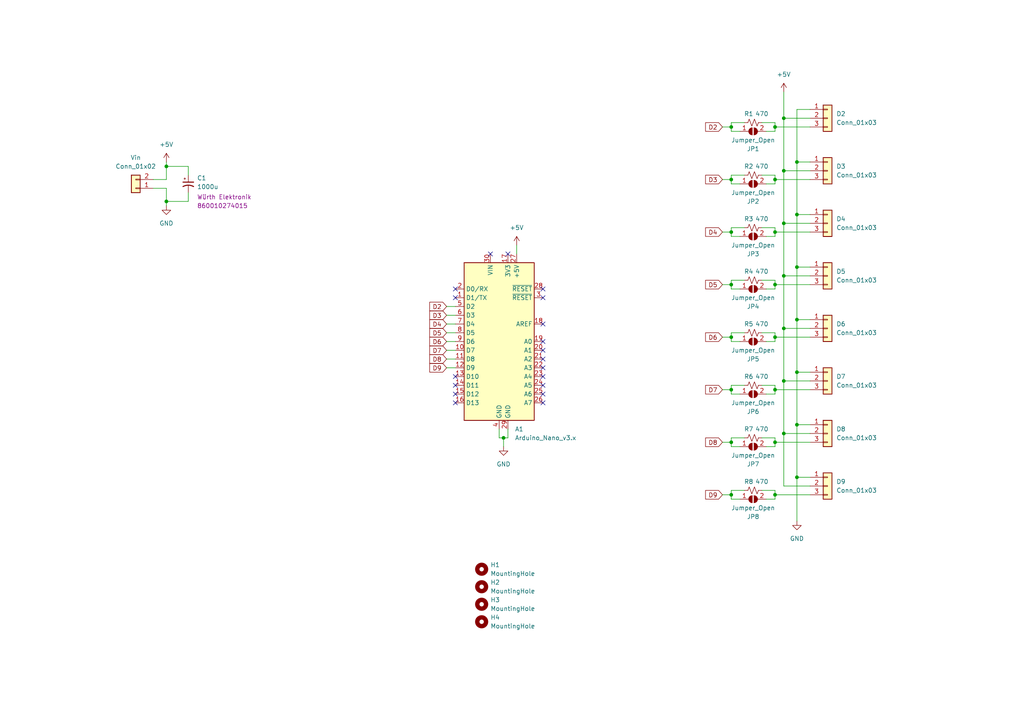
<source format=kicad_sch>
(kicad_sch (version 20211123) (generator eeschema)
  (paper "A4")
  (title_block (title "NeoPixel driver") (date "3/17/2022") (rev "1.0") (company "FRC 4488 - SHOCKWAVE"))
  (lib_symbols
    (symbol "Connector_Generic:Conn_01x02" (pin_names (offset 1.016) hide)
      (property "Reference" "J" (at 0 2.54 0))
      (property "Value" "Conn_01x02" (at 0 -5.08 0))
      (symbol "Conn_01x02_1_1"
        (rectangle (start -1.27 -2.413) (end 0 -2.667) (stroke (width 0.1524)))
        (rectangle (start -1.27 0.127) (end 0 -0.127) (stroke (width 0.1524)))
        (rectangle (start -1.27 1.27) (end 1.27 -3.81) (stroke (width 0.254)) (fill (type background)))
        (pin passive line (at -5.08 0 0) (length 3.81) (name "Pin_1") (number "1"))
        (pin passive line (at -5.08 -2.54 0) (length 3.81) (name "Pin_2") (number "2"))
      )
    )
    (symbol "Connector_Generic:Conn_01x03" (pin_names (offset 1.016) hide)
      (property "Reference" "J" (at 0 5.08 0))
      (property "Value" "Conn_01x03" (at 0 -5.08 0))
      (symbol "Conn_01x03_1_1"
        (rectangle (start -1.27 -2.413) (end 0 -2.667) (stroke (width 0.1524)))
        (rectangle (start -1.27 0.127) (end 0 -0.127) (stroke (width 0.1524)))
        (rectangle (start -1.27 2.667) (end 0 2.413) (stroke (width 0.1524)))
        (rectangle (start -1.27 3.81) (end 1.27 -3.81) (stroke (width 0.254)) (fill (type background)))
        (pin passive line (at -5.08 2.54 0) (length 3.81) (name "Pin_1") (number "1"))
        (pin passive line (at -5.08 0 0) (length 3.81) (name "Pin_2") (number "2"))
        (pin passive line (at -5.08 -2.54 0) (length 3.81) (name "Pin_3") (number "3"))
      )
    )
    (symbol "Device:C_Polarized_Small_US" (pin_numbers hide) (pin_names (offset 0.254) hide)
      (property "Reference" "C" (at 0.254 1.778 0))
      (property "Value" "C_Polarized_Small_US" (at 0.254 -2.032 0))
      (symbol "C_Polarized_Small_US_0_1"
        (polyline (pts (xy -1.524 0.508) (xy 1.524 0.508)) (stroke (width 0.3048)))
        (polyline (pts (xy -1.27 1.524) (xy -0.762 1.524)))
        (polyline (pts (xy -1.016 1.27) (xy -1.016 1.778)))
        (arc (start 1.524 -0.762) (mid 0 -0.3734) (end -1.524 -0.762) (stroke (width 0.3048)))
      )
      (symbol "C_Polarized_Small_US_1_1"
        (pin passive line (at 0 2.54 270) (length 2.032) (name "~") (number "1"))
        (pin passive line (at 0 -2.54 90) (length 2.032) (name "~") (number "2"))
      )
    )
    (symbol "Device:R_Small_US" (pin_numbers hide) (pin_names (offset 0.254) hide)
      (property "Reference" "R" (at 0.762 0.508 0))
      (property "Value" "R_Small_US" (at 0.762 -1.016 0))
      (symbol "R_Small_US_1_1"
        (polyline (pts (xy 0 0) (xy 1.016 -0.381) (xy 0 -0.762) (xy -1.016 -1.143) (xy 0 -1.524)))
        (polyline (pts (xy 0 1.524) (xy 1.016 1.143) (xy 0 0.762) (xy -1.016 0.381) (xy 0 0)))
        (pin passive line (at 0 2.54 270) (length 1.016) (name "~") (number "1"))
        (pin passive line (at 0 -2.54 90) (length 1.016) (name "~") (number "2"))
      )
    )
    (symbol "Jumper:SolderJumper_2_Open" (pin_names (offset 0) hide)
      (property "Reference" "JP" (at 0 2.032 0))
      (property "Value" "SolderJumper_2_Open" (at 0 -2.54 0))
      (symbol "SolderJumper_2_Open_0_1"
        (arc (start -0.254 1.016) (mid -1.27 0) (end -0.254 -1.016))
        (arc (start -0.254 1.016) (mid -1.27 0) (end -0.254 -1.016) (fill (type outline)))
        (polyline (pts (xy -0.254 1.016) (xy -0.254 -1.016)))
        (polyline (pts (xy 0.254 1.016) (xy 0.254 -1.016)))
        (arc (start 0.254 -1.016) (mid 1.27 0) (end 0.254 1.016))
        (arc (start 0.254 -1.016) (mid 1.27 0) (end 0.254 1.016) (fill (type outline)))
      )
      (symbol "SolderJumper_2_Open_1_1"
        (pin passive line (at -3.81 0 0) (length 2.54) (name "A") (number "1"))
        (pin passive line (at 3.81 0 180) (length 2.54) (name "B") (number "2"))
      )
    )
    (symbol "MCU_Module:Arduino_Nano_v3.x"
      (property "Reference" "A" (at -10.16 23.495 0))
      (property "Value" "Arduino_Nano_v3.x" (at 5.08 -24.13 0))
      (symbol "Arduino_Nano_v3.x_0_1"
        (rectangle (start -10.16 22.86) (end 10.16 -22.86) (stroke (width 0.254)) (fill (type background)))
      )
      (symbol "Arduino_Nano_v3.x_1_1"
        (pin bidirectional line (at -12.7 12.7 0) (length 2.54) (name "D1/TX") (number "1"))
        (pin bidirectional line (at -12.7 -2.54 0) (length 2.54) (name "D7") (number "10"))
        (pin bidirectional line (at -12.7 -5.08 0) (length 2.54) (name "D8") (number "11"))
        (pin bidirectional line (at -12.7 -7.62 0) (length 2.54) (name "D9") (number "12"))
        (pin bidirectional line (at -12.7 -10.16 0) (length 2.54) (name "D10") (number "13"))
        (pin bidirectional line (at -12.7 -12.7 0) (length 2.54) (name "D11") (number "14"))
        (pin bidirectional line (at -12.7 -15.24 0) (length 2.54) (name "D12") (number "15"))
        (pin bidirectional line (at -12.7 -17.78 0) (length 2.54) (name "D13") (number "16"))
        (pin power_out line (at 2.54 25.4 270) (length 2.54) (name "3V3") (number "17"))
        (pin input line (at 12.7 5.08 180) (length 2.54) (name "AREF") (number "18"))
        (pin bidirectional line (at 12.7 0 180) (length 2.54) (name "A0") (number "19"))
        (pin bidirectional line (at -12.7 15.24 0) (length 2.54) (name "D0/RX") (number "2"))
        (pin bidirectional line (at 12.7 -2.54 180) (length 2.54) (name "A1") (number "20"))
        (pin bidirectional line (at 12.7 -5.08 180) (length 2.54) (name "A2") (number "21"))
        (pin bidirectional line (at 12.7 -7.62 180) (length 2.54) (name "A3") (number "22"))
        (pin bidirectional line (at 12.7 -10.16 180) (length 2.54) (name "A4") (number "23"))
        (pin bidirectional line (at 12.7 -12.7 180) (length 2.54) (name "A5") (number "24"))
        (pin bidirectional line (at 12.7 -15.24 180) (length 2.54) (name "A6") (number "25"))
        (pin bidirectional line (at 12.7 -17.78 180) (length 2.54) (name "A7") (number "26"))
        (pin power_out line (at 5.08 25.4 270) (length 2.54) (name "+5V") (number "27"))
        (pin input line (at 12.7 15.24 180) (length 2.54) (name "~{RESET}") (number "28"))
        (pin power_in line (at 2.54 -25.4 90) (length 2.54) (name "GND") (number "29"))
        (pin input line (at 12.7 12.7 180) (length 2.54) (name "~{RESET}") (number "3"))
        (pin power_in line (at -2.54 25.4 270) (length 2.54) (name "VIN") (number "30"))
        (pin power_in line (at 0 -25.4 90) (length 2.54) (name "GND") (number "4"))
        (pin bidirectional line (at -12.7 10.16 0) (length 2.54) (name "D2") (number "5"))
        (pin bidirectional line (at -12.7 7.62 0) (length 2.54) (name "D3") (number "6"))
        (pin bidirectional line (at -12.7 5.08 0) (length 2.54) (name "D4") (number "7"))
        (pin bidirectional line (at -12.7 2.54 0) (length 2.54) (name "D5") (number "8"))
        (pin bidirectional line (at -12.7 0 0) (length 2.54) (name "D6") (number "9"))
      )
    )
    (symbol "Mechanical:MountingHole" (pin_names (offset 1.016))
      (property "Reference" "H" (at 0 5.08 0))
      (property "Value" "MountingHole" (at 0 3.175 0))
      (symbol "MountingHole_0_1"
        (circle (center 0 0) (radius 1.27) (stroke (width 1.27)))
      )
    )
    (symbol "power:+5V" (power) (pin_names (offset 0))
      (property "Value" "+5V" (at 0 3.556 0))
      (symbol "+5V_0_1"
        (polyline (pts (xy -0.762 1.27) (xy 0 2.54)))
        (polyline (pts (xy 0 0) (xy 0 2.54)))
        (polyline (pts (xy 0 2.54) (xy 0.762 1.27)))
      )
      (symbol "+5V_1_1"
        (pin power_in line (at 0 0 90) (length 0) hide (name "+5V") (number "1"))
      )
    )
    (symbol "power:GND" (power) (pin_names (offset 0))
      (property "Value" "GND" (at 0 -3.81 0))
      (symbol "GND_0_1"
        (polyline (pts (xy 0 0) (xy 0 -1.27) (xy 1.27 -1.27) (xy 0 -2.54) (xy -1.27 -1.27) (xy 0 -1.27)))
      )
      (symbol "GND_1_1"
        (pin power_in line (at 0 0 270) (length 0) hide (name "GND") (number "1"))
      )
    )
  )
  (junction (at 227.33 80.01))
  (junction (at 146.05 127))
  (junction (at 224.79 143.51))
  (junction (at 212.09 67.31))
  (junction (at 212.09 82.55))
  (junction (at 224.79 128.27))
  (junction (at 48.26 48.26))
  (junction (at 212.09 52.07))
  (junction (at 48.26 58.42))
  (junction (at 231.14 123.19))
  (junction (at 231.14 107.95))
  (junction (at 231.14 46.99))
  (junction (at 212.09 113.03))
  (junction (at 231.14 62.23))
  (junction (at 227.33 95.25))
  (junction (at 231.14 138.43))
  (junction (at 227.33 64.77))
  (junction (at 212.09 143.51))
  (junction (at 212.09 36.83))
  (junction (at 231.14 92.71))
  (junction (at 227.33 34.29))
  (junction (at 224.79 113.03))
  (junction (at 224.79 52.07))
  (junction (at 227.33 110.49))
  (junction (at 227.33 49.53))
  (junction (at 212.09 128.27))
  (junction (at 227.33 125.73))
  (junction (at 212.09 97.79))
  (junction (at 224.79 67.31))
  (junction (at 224.79 97.79))
  (junction (at 224.79 82.55))
  (junction (at 231.14 77.47))
  (junction (at 224.79 36.83))
  (no_connect (at 157.48 99.06))
  (no_connect (at 157.48 101.6))
  (no_connect (at 157.48 104.14))
  (no_connect (at 157.48 106.68))
  (no_connect (at 157.48 109.22))
  (no_connect (at 132.08 109.22))
  (no_connect (at 132.08 111.76))
  (no_connect (at 132.08 114.3))
  (no_connect (at 132.08 86.36))
  (no_connect (at 132.08 83.82))
  (no_connect (at 142.24 73.66))
  (no_connect (at 147.32 73.66))
  (no_connect (at 157.48 83.82))
  (no_connect (at 157.48 86.36))
  (no_connect (at 157.48 93.98))
  (no_connect (at 157.48 111.76))
  (no_connect (at 157.48 114.3))
  (no_connect (at 157.48 116.84))
  (no_connect (at 132.08 116.84))
  (wire (pts (xy 212.09 96.52) (xy 212.09 97.79)))
  (wire (pts (xy 222.25 38.1) (xy 224.79 38.1)))
  (wire (pts (xy 224.79 50.8) (xy 224.79 52.07)))
  (wire (pts (xy 231.14 107.95) (xy 231.14 123.19)))
  (wire (pts (xy 234.95 31.75) (xy 231.14 31.75)))
  (wire (pts (xy 44.45 52.07) (xy 48.26 52.07)))
  (wire (pts (xy 222.25 99.06) (xy 224.79 99.06)))
  (wire (pts (xy 224.79 128.27) (xy 234.95 128.27)))
  (wire (pts (xy 222.25 114.3) (xy 224.79 114.3)))
  (wire (pts (xy 231.14 46.99) (xy 234.95 46.99)))
  (wire (pts (xy 212.09 50.8) (xy 212.09 52.07)))
  (wire (pts (xy 222.25 83.82) (xy 224.79 83.82)))
  (wire (pts (xy 54.61 50.8) (xy 54.61 48.26)))
  (wire (pts (xy 129.54 96.52) (xy 132.08 96.52)))
  (wire (pts (xy 222.25 53.34) (xy 224.79 53.34)))
  (wire (pts (xy 209.55 52.07) (xy 212.09 52.07)))
  (wire (pts (xy 227.33 26.67) (xy 227.33 34.29)))
  (wire (pts (xy 209.55 67.31) (xy 212.09 67.31)))
  (wire (pts (xy 224.79 113.03) (xy 224.79 114.3)))
  (wire (pts (xy 215.9 127) (xy 212.09 127)))
  (wire (pts (xy 209.55 36.83) (xy 212.09 36.83)))
  (wire (pts (xy 212.09 36.83) (xy 212.09 38.1)))
  (wire (pts (xy 234.95 34.29) (xy 227.33 34.29)))
  (wire (pts (xy 48.26 59.69) (xy 48.26 58.42)))
  (wire (pts (xy 231.14 92.71) (xy 231.14 107.95)))
  (wire (pts (xy 231.14 62.23) (xy 234.95 62.23)))
  (wire (pts (xy 227.33 95.25) (xy 227.33 110.49)))
  (wire (pts (xy 212.09 99.06) (xy 214.63 99.06)))
  (wire (pts (xy 220.98 96.52) (xy 224.79 96.52)))
  (wire (pts (xy 129.54 88.9) (xy 132.08 88.9)))
  (wire (pts (xy 231.14 138.43) (xy 234.95 138.43)))
  (wire (pts (xy 212.09 38.1) (xy 214.63 38.1)))
  (wire (pts (xy 220.98 66.04) (xy 224.79 66.04)))
  (wire (pts (xy 212.09 35.56) (xy 212.09 36.83)))
  (wire (pts (xy 212.09 67.31) (xy 212.09 68.58)))
  (wire (pts (xy 212.09 83.82) (xy 214.63 83.82)))
  (wire (pts (xy 224.79 143.51) (xy 224.79 144.78)))
  (wire (pts (xy 231.14 46.99) (xy 231.14 62.23)))
  (wire (pts (xy 212.09 127) (xy 212.09 128.27)))
  (wire (pts (xy 227.33 34.29) (xy 227.33 49.53)))
  (wire (pts (xy 234.95 140.97) (xy 227.33 140.97)))
  (wire (pts (xy 215.9 96.52) (xy 212.09 96.52)))
  (wire (pts (xy 220.98 111.76) (xy 224.79 111.76)))
  (wire (pts (xy 129.54 106.68) (xy 132.08 106.68)))
  (wire (pts (xy 48.26 48.26) (xy 48.26 52.07)))
  (wire (pts (xy 129.54 93.98) (xy 132.08 93.98)))
  (wire (pts (xy 209.55 113.03) (xy 212.09 113.03)))
  (wire (pts (xy 209.55 82.55) (xy 212.09 82.55)))
  (wire (pts (xy 231.14 107.95) (xy 234.95 107.95)))
  (wire (pts (xy 220.98 35.56) (xy 224.79 35.56)))
  (wire (pts (xy 129.54 91.44) (xy 132.08 91.44)))
  (wire (pts (xy 231.14 31.75) (xy 231.14 46.99)))
  (wire (pts (xy 224.79 36.83) (xy 224.79 35.56)))
  (wire (pts (xy 212.09 129.54) (xy 214.63 129.54)))
  (wire (pts (xy 146.05 127) (xy 147.32 127)))
  (wire (pts (xy 212.09 82.55) (xy 212.09 83.82)))
  (wire (pts (xy 234.95 110.49) (xy 227.33 110.49)))
  (wire (pts (xy 48.26 58.42) (xy 54.61 58.42)))
  (wire (pts (xy 224.79 128.27) (xy 224.79 129.54)))
  (wire (pts (xy 212.09 142.24) (xy 212.09 143.51)))
  (wire (pts (xy 48.26 58.42) (xy 48.26 54.61)))
  (wire (pts (xy 146.05 127) (xy 146.05 129.54)))
  (wire (pts (xy 234.95 92.71) (xy 231.14 92.71)))
  (wire (pts (xy 234.95 49.53) (xy 227.33 49.53)))
  (wire (pts (xy 231.14 62.23) (xy 231.14 77.47)))
  (wire (pts (xy 212.09 144.78) (xy 214.63 144.78)))
  (wire (pts (xy 48.26 54.61) (xy 44.45 54.61)))
  (wire (pts (xy 209.55 97.79) (xy 212.09 97.79)))
  (wire (pts (xy 144.78 127) (xy 146.05 127)))
  (wire (pts (xy 224.79 96.52) (xy 224.79 97.79)))
  (wire (pts (xy 227.33 64.77) (xy 234.95 64.77)))
  (wire (pts (xy 212.09 128.27) (xy 212.09 129.54)))
  (wire (pts (xy 224.79 111.76) (xy 224.79 113.03)))
  (wire (pts (xy 215.9 142.24) (xy 212.09 142.24)))
  (wire (pts (xy 224.79 142.24) (xy 224.79 143.51)))
  (wire (pts (xy 222.25 144.78) (xy 224.79 144.78)))
  (wire (pts (xy 215.9 50.8) (xy 212.09 50.8)))
  (wire (pts (xy 234.95 125.73) (xy 227.33 125.73)))
  (wire (pts (xy 231.14 123.19) (xy 234.95 123.19)))
  (wire (pts (xy 231.14 77.47) (xy 234.95 77.47)))
  (wire (pts (xy 144.78 124.46) (xy 144.78 127)))
  (wire (pts (xy 224.79 52.07) (xy 234.95 52.07)))
  (wire (pts (xy 215.9 81.28) (xy 212.09 81.28)))
  (wire (pts (xy 209.55 143.51) (xy 212.09 143.51)))
  (wire (pts (xy 231.14 123.19) (xy 231.14 138.43)))
  (wire (pts (xy 215.9 66.04) (xy 212.09 66.04)))
  (wire (pts (xy 224.79 143.51) (xy 234.95 143.51)))
  (wire (pts (xy 147.32 127) (xy 147.32 124.46)))
  (wire (pts (xy 231.14 138.43) (xy 231.14 151.13)))
  (wire (pts (xy 212.09 113.03) (xy 212.09 114.3)))
  (wire (pts (xy 224.79 82.55) (xy 234.95 82.55)))
  (wire (pts (xy 209.55 128.27) (xy 212.09 128.27)))
  (wire (pts (xy 48.26 46.99) (xy 48.26 48.26)))
  (wire (pts (xy 222.25 68.58) (xy 224.79 68.58)))
  (wire (pts (xy 224.79 38.1) (xy 224.79 36.83)))
  (wire (pts (xy 48.26 48.26) (xy 54.61 48.26)))
  (wire (pts (xy 212.09 114.3) (xy 214.63 114.3)))
  (wire (pts (xy 227.33 110.49) (xy 227.33 125.73)))
  (wire (pts (xy 212.09 97.79) (xy 212.09 99.06)))
  (wire (pts (xy 129.54 104.14) (xy 132.08 104.14)))
  (wire (pts (xy 212.09 53.34) (xy 214.63 53.34)))
  (wire (pts (xy 224.79 97.79) (xy 224.79 99.06)))
  (wire (pts (xy 220.98 50.8) (xy 224.79 50.8)))
  (wire (pts (xy 224.79 127) (xy 224.79 128.27)))
  (wire (pts (xy 129.54 99.06) (xy 132.08 99.06)))
  (wire (pts (xy 212.09 66.04) (xy 212.09 67.31)))
  (wire (pts (xy 220.98 142.24) (xy 224.79 142.24)))
  (wire (pts (xy 227.33 64.77) (xy 227.33 80.01)))
  (wire (pts (xy 212.09 143.51) (xy 212.09 144.78)))
  (wire (pts (xy 224.79 81.28) (xy 224.79 82.55)))
  (wire (pts (xy 220.98 127) (xy 224.79 127)))
  (wire (pts (xy 212.09 68.58) (xy 214.63 68.58)))
  (wire (pts (xy 212.09 52.07) (xy 212.09 53.34)))
  (wire (pts (xy 227.33 49.53) (xy 227.33 64.77)))
  (wire (pts (xy 222.25 129.54) (xy 224.79 129.54)))
  (wire (pts (xy 224.79 67.31) (xy 234.95 67.31)))
  (wire (pts (xy 212.09 111.76) (xy 212.09 113.03)))
  (wire (pts (xy 215.9 35.56) (xy 212.09 35.56)))
  (wire (pts (xy 129.54 101.6) (xy 132.08 101.6)))
  (wire (pts (xy 224.79 66.04) (xy 224.79 67.31)))
  (wire (pts (xy 224.79 52.07) (xy 224.79 53.34)))
  (wire (pts (xy 227.33 125.73) (xy 227.33 140.97)))
  (wire (pts (xy 227.33 80.01) (xy 227.33 95.25)))
  (wire (pts (xy 224.79 97.79) (xy 234.95 97.79)))
  (wire (pts (xy 224.79 82.55) (xy 224.79 83.82)))
  (wire (pts (xy 224.79 36.83) (xy 234.95 36.83)))
  (wire (pts (xy 224.79 113.03) (xy 234.95 113.03)))
  (wire (pts (xy 212.09 81.28) (xy 212.09 82.55)))
  (wire (pts (xy 215.9 111.76) (xy 212.09 111.76)))
  (wire (pts (xy 234.95 80.01) (xy 227.33 80.01)))
  (wire (pts (xy 234.95 95.25) (xy 227.33 95.25)))
  (wire (pts (xy 231.14 77.47) (xy 231.14 92.71)))
  (wire (pts (xy 224.79 67.31) (xy 224.79 68.58)))
  (wire (pts (xy 54.61 55.88) (xy 54.61 58.42)))
  (wire (pts (xy 149.86 71.12) (xy 149.86 73.66)))
  (wire (pts (xy 220.98 81.28) (xy 224.79 81.28)))
  (global_label "D2" (shape input) (at 209.55 36.83 180) (property "Intersheet References" "${INTERSHEET_REFS}" (effects hide)))
  (global_label "D9" (shape input) (at 209.55 143.51 180) (property "Intersheet References" "${INTERSHEET_REFS}" (effects hide)))
  (global_label "D8" (shape input) (at 129.54 104.14 180) (property "Intersheet References" "${INTERSHEET_REFS}" (effects hide)))
  (global_label "D6" (shape input) (at 129.54 99.06 180) (property "Intersheet References" "${INTERSHEET_REFS}" (effects hide)))
  (global_label "D5" (shape input) (at 209.55 82.55 180) (property "Intersheet References" "${INTERSHEET_REFS}" (effects hide)))
  (global_label "D4" (shape input) (at 129.54 93.98 180) (property "Intersheet References" "${INTERSHEET_REFS}" (effects hide)))
  (global_label "D6" (shape input) (at 209.55 97.79 180) (property "Intersheet References" "${INTERSHEET_REFS}" (effects hide)))
  (global_label "D2" (shape input) (at 129.54 88.9 180) (property "Intersheet References" "${INTERSHEET_REFS}" (effects hide)))
  (global_label "D5" (shape input) (at 129.54 96.52 180) (property "Intersheet References" "${INTERSHEET_REFS}" (effects hide)))
  (global_label "D3" (shape input) (at 209.55 52.07 180) (property "Intersheet References" "${INTERSHEET_REFS}" (effects hide)))
  (global_label "D7" (shape input) (at 129.54 101.6 180) (property "Intersheet References" "${INTERSHEET_REFS}" (effects hide)))
  (global_label "D4" (shape input) (at 209.55 67.31 180) (property "Intersheet References" "${INTERSHEET_REFS}" (effects hide)))
  (global_label "D3" (shape input) (at 129.54 91.44 180) (property "Intersheet References" "${INTERSHEET_REFS}" (effects hide)))
  (global_label "D8" (shape input) (at 209.55 128.27 180) (property "Intersheet References" "${INTERSHEET_REFS}" (effects hide)))
  (global_label "D9" (shape input) (at 129.54 106.68 180) (property "Intersheet References" "${INTERSHEET_REFS}" (effects hide)))
  (global_label "D7" (shape input) (at 209.55 113.03 180) (property "Intersheet References" "${INTERSHEET_REFS}" (effects hide)))
  (symbol (lib_id "Mechanical:MountingHole") (at 139.7 180.34 0) (unit 1)
    (property "Reference" "H4" (at 142.24 179.0699 0) (effects (justify left)))
    (property "Value" "MountingHole" (at 142.24 181.6099 0) (effects (justify left)))
    (property "Footprint" "MountingHole:MountingHole_3.2mm_M3" (effects hide))
  )
  (symbol (lib_id "power:+5V") (at 227.33 26.67 0) (unit 1)
    (property "Reference" "#PWR05" (effects hide))
    (property "Value" "+5V" (at 227.33 21.59 0))
  )
  (symbol (lib_id "Jumper:SolderJumper_2_Open") (at 218.44 53.34 0) (unit 1)
    (property "Reference" "JP2" (at 218.44 58.42 0))
    (property "Value" "Jumper_Open" (at 218.44 55.88 0))
    (property "Footprint" "Jumper:SolderJumper-2_P1.3mm_Open_Pad1.0x1.5mm" (effects hide))
  )
  (symbol (lib_id "power:GND") (at 48.26 59.69 0) (unit 1)
    (property "Reference" "#PWR02" (effects hide))
    (property "Value" "GND" (at 48.26 64.77 0))
  )
  (symbol (lib_id "Connector_Generic:Conn_01x03") (at 240.03 125.73 0) (unit 1)
    (property "Reference" "D8" (at 242.57 124.4599 0) (effects (justify left)))
    (property "Value" "Conn_01x03" (at 242.57 126.9999 0) (effects (justify left)))
    (property "Footprint" "Connector_PinHeader_2.54mm:PinHeader_1x03_P2.54mm_Vertical" (effects hide))
  )
  (symbol (lib_id "Device:R_Small_US") (at 218.44 96.52 90) (unit 1)
    (property "Reference" "R5" (at 217.17 93.98 90))
    (property "Value" "470" (at 220.98 93.98 90))
    (property "Footprint" "Resistor_SMD:R_0805_2012Metric" (effects hide))
  )
  (symbol (lib_id "Mechanical:MountingHole") (at 139.7 165.1 0) (unit 1)
    (property "Reference" "H1" (at 142.24 163.8299 0) (effects (justify left)))
    (property "Value" "MountingHole" (at 142.24 166.3699 0) (effects (justify left)))
    (property "Footprint" "MountingHole:MountingHole_3.2mm_M3" (effects hide))
  )
  (symbol (lib_id "Connector_Generic:Conn_01x02") (at 39.37 54.61 180) (unit 1)
    (property "Reference" "Vin" (at 39.37 45.72 0))
    (property "Value" "Conn_01x02" (at 39.37 48.26 0))
    (property "Footprint" "Connector_PinHeader_2.54mm:PinHeader_1x02_P2.54mm_Vertical" (effects hide))
  )
  (symbol (lib_id "Device:R_Small_US") (at 218.44 142.24 90) (unit 1)
    (property "Reference" "R8" (at 217.17 139.7 90))
    (property "Value" "470" (at 220.98 139.7 90))
    (property "Footprint" "Resistor_SMD:R_0805_2012Metric" (effects hide))
  )
  (symbol (lib_id "Connector_Generic:Conn_01x03") (at 240.03 80.01 0) (unit 1)
    (property "Reference" "D5" (at 242.57 78.7399 0) (effects (justify left)))
    (property "Value" "Conn_01x03" (at 242.57 81.2799 0) (effects (justify left)))
    (property "Footprint" "Connector_PinHeader_2.54mm:PinHeader_1x03_P2.54mm_Vertical" (effects hide))
  )
  (symbol (lib_id "MCU_Module:Arduino_Nano_v3.x") (at 144.78 99.06 0) (unit 1)
    (property "Reference" "A1" (at 149.3394 124.46 0) (effects (justify left)))
    (property "Value" "Arduino_Nano_v3.x" (at 149.3394 127 0) (effects (justify left)))
    (property "Footprint" "Module:Arduino_Nano" (effects hide))
    (property "Datasheet" "http://www.mouser.com/pdfdocs/Gravitech_Arduino_Nano3_0.pdf" (effects hide))
  )
  (symbol (lib_id "Jumper:SolderJumper_2_Open") (at 218.44 99.06 0) (unit 1)
    (property "Reference" "JP5" (at 218.44 104.14 0))
    (property "Value" "Jumper_Open" (at 218.44 101.6 0))
    (property "Footprint" "Jumper:SolderJumper-2_P1.3mm_Open_Pad1.0x1.5mm" (effects hide))
  )
  (symbol (lib_id "power:GND") (at 146.05 129.54 0) (unit 1)
    (property "Reference" "#PWR03" (effects hide))
    (property "Value" "GND" (at 146.05 134.62 0))
  )
  (symbol (lib_id "Device:C_Polarized_Small_US") (at 54.61 53.34 0) (unit 1)
    (property "Reference" "C1" (at 57.15 51.6381 0) (effects (justify left)))
    (property "Value" "1000u" (at 57.15 54.1781 0) (effects (justify left)))
    (property "Footprint" "Capacitor_THT:CP_Radial_D8.0mm_P3.50mm" (effects hide))
    (property "Datasheet" "https://www.we-online.com/katalog/datasheet/860010274015.pdf" (effects hide))
    (property "mfn" "860010274015" (at 57.15 59.69 0) (effects (justify left)))
    (property "Manufactuter" "Würth Elektronik" (at 57.15 57.15 0) (effects (justify left)))
  )
  (symbol (lib_id "Connector_Generic:Conn_01x03") (at 240.03 49.53 0) (unit 1)
    (property "Reference" "D3" (at 242.57 48.2599 0) (effects (justify left)))
    (property "Value" "Conn_01x03" (at 242.57 50.7999 0) (effects (justify left)))
    (property "Footprint" "Connector_PinHeader_2.54mm:PinHeader_1x03_P2.54mm_Vertical" (effects hide))
  )
  (symbol (lib_id "Jumper:SolderJumper_2_Open") (at 218.44 38.1 0) (unit 1)
    (property "Reference" "JP1" (at 218.44 43.18 0))
    (property "Value" "Jumper_Open" (at 218.44 40.64 0))
    (property "Footprint" "Jumper:SolderJumper-2_P1.3mm_Open_Pad1.0x1.5mm" (effects hide))
  )
  (symbol (lib_id "Connector_Generic:Conn_01x03") (at 240.03 34.29 0) (unit 1)
    (property "Reference" "D2" (at 242.57 33.0199 0) (effects (justify left)))
    (property "Value" "Conn_01x03" (at 242.57 35.5599 0) (effects (justify left)))
    (property "Footprint" "Connector_PinHeader_2.54mm:PinHeader_1x03_P2.54mm_Vertical" (effects hide))
  )
  (symbol (lib_id "Jumper:SolderJumper_2_Open") (at 218.44 114.3 0) (unit 1)
    (property "Reference" "JP6" (at 218.44 119.38 0))
    (property "Value" "Jumper_Open" (at 218.44 116.84 0))
    (property "Footprint" "Jumper:SolderJumper-2_P1.3mm_Open_Pad1.0x1.5mm" (effects hide))
  )
  (symbol (lib_id "Mechanical:MountingHole") (at 139.7 175.26 0) (unit 1)
    (property "Reference" "H3" (at 142.24 173.9899 0) (effects (justify left)))
    (property "Value" "MountingHole" (at 142.24 176.5299 0) (effects (justify left)))
    (property "Footprint" "MountingHole:MountingHole_3.2mm_M3" (effects hide))
  )
  (symbol (lib_id "Device:R_Small_US") (at 218.44 81.28 90) (unit 1)
    (property "Reference" "R4" (at 217.17 78.74 90))
    (property "Value" "470" (at 220.98 78.74 90))
    (property "Footprint" "Resistor_SMD:R_0805_2012Metric" (effects hide))
  )
  (symbol (lib_id "Connector_Generic:Conn_01x03") (at 240.03 110.49 0) (unit 1)
    (property "Reference" "D7" (at 242.57 109.2199 0) (effects (justify left)))
    (property "Value" "Conn_01x03" (at 242.57 111.7599 0) (effects (justify left)))
    (property "Footprint" "Connector_PinHeader_2.54mm:PinHeader_1x03_P2.54mm_Vertical" (effects hide))
  )
  (symbol (lib_id "Jumper:SolderJumper_2_Open") (at 218.44 129.54 0) (unit 1)
    (property "Reference" "JP7" (at 218.44 134.62 0))
    (property "Value" "Jumper_Open" (at 218.44 132.08 0))
    (property "Footprint" "Jumper:SolderJumper-2_P1.3mm_Open_Pad1.0x1.5mm" (effects hide))
  )
  (symbol (lib_id "Device:R_Small_US") (at 218.44 127 90) (unit 1)
    (property "Reference" "R7" (at 217.17 124.46 90))
    (property "Value" "470" (at 220.98 124.46 90))
    (property "Footprint" "Resistor_SMD:R_0805_2012Metric" (effects hide))
  )
  (symbol (lib_id "power:+5V") (at 48.26 46.99 0) (unit 1)
    (property "Reference" "#PWR01" (effects hide))
    (property "Value" "+5V" (at 48.26 41.91 0))
  )
  (symbol (lib_id "Device:R_Small_US") (at 218.44 35.56 90) (unit 1)
    (property "Reference" "R1" (at 217.17 33.02 90))
    (property "Value" "470" (at 220.98 33.02 90))
    (property "Footprint" "Resistor_SMD:R_0805_2012Metric" (effects hide))
  )
  (symbol (lib_id "power:+5V") (at 149.86 71.12 0) (unit 1)
    (property "Reference" "#PWR04" (effects hide))
    (property "Value" "+5V" (at 149.86 66.04 0))
  )
  (symbol (lib_id "power:GND") (at 231.14 151.13 0) (unit 1)
    (property "Reference" "#PWR06" (effects hide))
    (property "Value" "GND" (at 231.14 156.21 0))
  )
  (symbol (lib_id "Connector_Generic:Conn_01x03") (at 240.03 64.77 0) (unit 1)
    (property "Reference" "D4" (at 242.57 63.4999 0) (effects (justify left)))
    (property "Value" "Conn_01x03" (at 242.57 66.0399 0) (effects (justify left)))
    (property "Footprint" "Connector_PinHeader_2.54mm:PinHeader_1x03_P2.54mm_Vertical" (effects hide))
  )
  (symbol (lib_id "Connector_Generic:Conn_01x03") (at 240.03 140.97 0) (unit 1)
    (property "Reference" "D9" (at 242.57 139.6999 0) (effects (justify left)))
    (property "Value" "Conn_01x03" (at 242.57 142.2399 0) (effects (justify left)))
    (property "Footprint" "Connector_PinHeader_2.54mm:PinHeader_1x03_P2.54mm_Vertical" (effects hide))
  )
  (symbol (lib_id "Connector_Generic:Conn_01x03") (at 240.03 95.25 0) (unit 1)
    (property "Reference" "D6" (at 242.57 93.9799 0) (effects (justify left)))
    (property "Value" "Conn_01x03" (at 242.57 96.5199 0) (effects (justify left)))
    (property "Footprint" "Connector_PinHeader_2.54mm:PinHeader_1x03_P2.54mm_Vertical" (effects hide))
  )
  (symbol (lib_id "Device:R_Small_US") (at 218.44 66.04 90) (unit 1)
    (property "Reference" "R3" (at 217.17 63.5 90))
    (property "Value" "470" (at 220.98 63.5 90))
    (property "Footprint" "Resistor_SMD:R_0805_2012Metric" (effects hide))
  )
  (symbol (lib_id "Jumper:SolderJumper_2_Open") (at 218.44 68.58 0) (unit 1)
    (property "Reference" "JP3" (at 218.44 73.66 0))
    (property "Value" "Jumper_Open" (at 218.44 71.12 0))
    (property "Footprint" "Jumper:SolderJumper-2_P1.3mm_Open_Pad1.0x1.5mm" (effects hide))
  )
  (symbol (lib_id "Jumper:SolderJumper_2_Open") (at 218.44 144.78 0) (unit 1)
    (property "Reference" "JP8" (at 218.44 149.86 0))
    (property "Value" "Jumper_Open" (at 218.44 147.32 0))
    (property "Footprint" "Jumper:SolderJumper-2_P1.3mm_Open_Pad1.0x1.5mm" (effects hide))
  )
  (symbol (lib_id "Device:R_Small_US") (at 218.44 111.76 90) (unit 1)
    (property "Reference" "R6" (at 217.17 109.22 90))
    (property "Value" "470" (at 220.98 109.22 90))
    (property "Footprint" "Resistor_SMD:R_0805_2012Metric" (effects hide))
  )
  (symbol (lib_id "Mechanical:MountingHole") (at 139.7 170.18 0) (unit 1)
    (property "Reference" "H2" (at 142.24 168.9099 0) (effects (justify left)))
    (property "Value" "MountingHole" (at 142.24 171.4499 0) (effects (justify left)))
    (property "Footprint" "MountingHole:MountingHole_3.2mm_M3" (effects hide))
  )
  (symbol (lib_id "Device:R_Small_US") (at 218.44 50.8 90) (unit 1)
    (property "Reference" "R2" (at 217.17 48.26 90))
    (property "Value" "470" (at 220.98 48.26 90))
    (property "Footprint" "Resistor_SMD:R_0805_2012Metric" (effects hide))
  )
  (symbol (lib_id "Jumper:SolderJumper_2_Open") (at 218.44 83.82 0) (unit 1)
    (property "Reference" "JP4" (at 218.44 88.9 0))
    (property "Value" "Jumper_Open" (at 218.44 86.36 0))
    (property "Footprint" "Jumper:SolderJumper-2_P1.3mm_Open_Pad1.0x1.5mm" (effects hide))
  )
)
</source>
